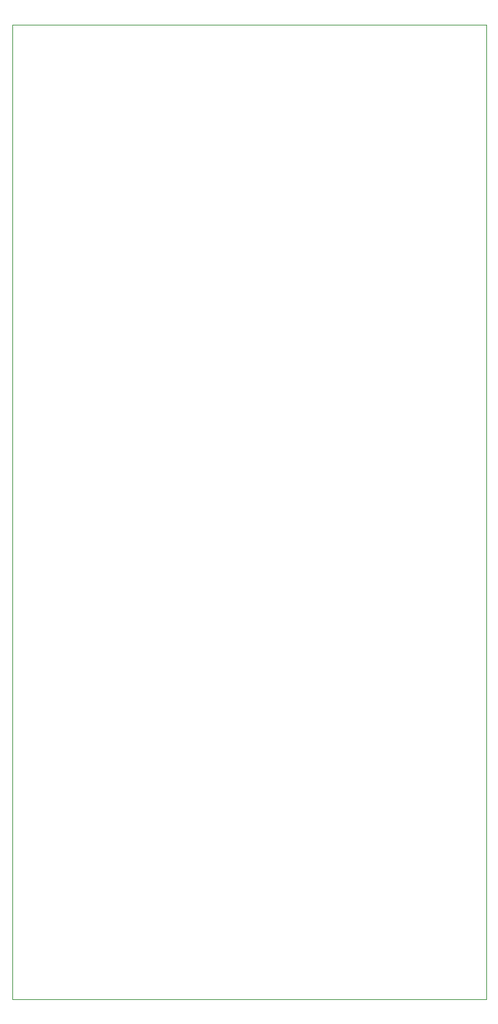
<source format=gbr>
%TF.GenerationSoftware,KiCad,Pcbnew,(5.1.9)-1*%
%TF.CreationDate,2021-03-24T15:40:31-04:00*%
%TF.ProjectId,placa_manutencao_preventiva,706c6163-615f-46d6-916e-7574656e6361,rev?*%
%TF.SameCoordinates,Original*%
%TF.FileFunction,Paste,Top*%
%TF.FilePolarity,Positive*%
%FSLAX46Y46*%
G04 Gerber Fmt 4.6, Leading zero omitted, Abs format (unit mm)*
G04 Created by KiCad (PCBNEW (5.1.9)-1) date 2021-03-24 15:40:31*
%MOMM*%
%LPD*%
G01*
G04 APERTURE LIST*
%TA.AperFunction,Profile*%
%ADD10C,0.050000*%
%TD*%
G04 APERTURE END LIST*
D10*
X77800200Y-14986000D02*
X136220200Y-14986000D01*
X77800200Y-14986000D02*
X77800200Y-135001000D01*
X136220200Y-135001000D02*
X136220200Y-14986000D01*
X77800200Y-135001000D02*
X136220200Y-135001000D01*
M02*

</source>
